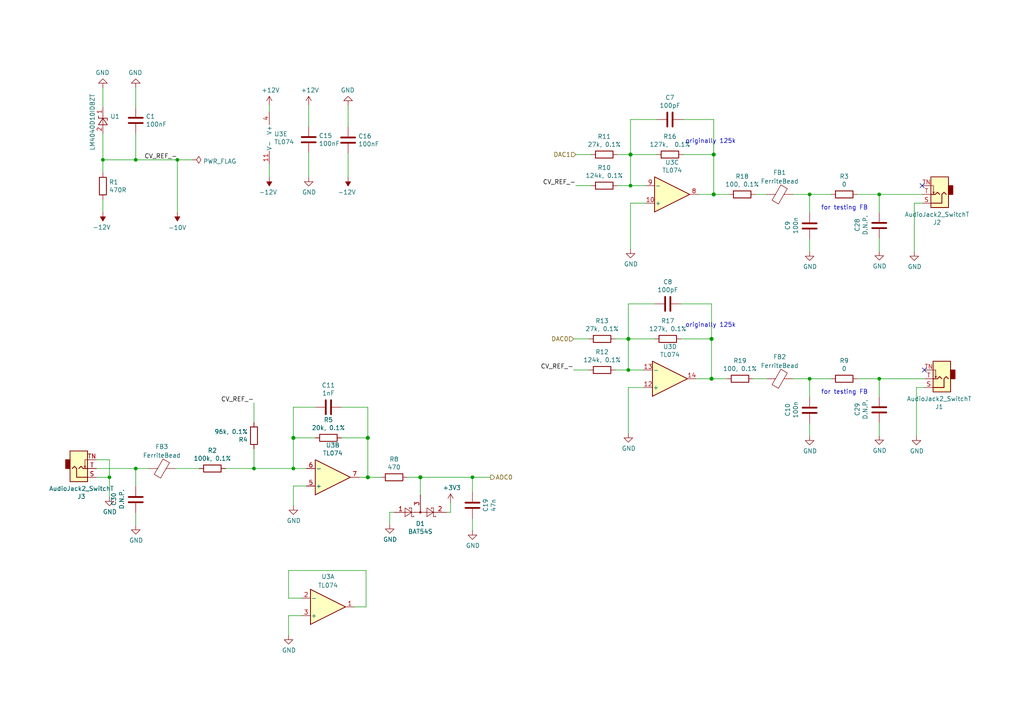
<source format=kicad_sch>
(kicad_sch (version 20211123) (generator eeschema)
  (paper "A4")
  (lib_symbols
    (symbol "Amplifier_Operational:TL074" (pin_names (offset 0.127))
      (property "Reference" "U" (at 0 5.08 0))
      (property "Value" "TL074" (at 0 -5.08 0))
      (symbol "TL074_1_1"
        (polyline (pts (xy -5.08 5.08) (xy 5.08 0) (xy -5.08 -5.08) (xy -5.08 5.08)) (stroke (width 0.254)) (fill (type background)))
        (pin output line (at 7.62 0 180) (length 2.54) (name "~") (number "1"))
        (pin input line (at -7.62 -2.54 0) (length 2.54) (name "-") (number "2"))
        (pin input line (at -7.62 2.54 0) (length 2.54) (name "+") (number "3"))
      )
      (symbol "TL074_2_1"
        (polyline (pts (xy -5.08 5.08) (xy 5.08 0) (xy -5.08 -5.08) (xy -5.08 5.08)) (stroke (width 0.254)) (fill (type background)))
        (pin input line (at -7.62 2.54 0) (length 2.54) (name "+") (number "5"))
        (pin input line (at -7.62 -2.54 0) (length 2.54) (name "-") (number "6"))
        (pin output line (at 7.62 0 180) (length 2.54) (name "~") (number "7"))
      )
      (symbol "TL074_3_1"
        (polyline (pts (xy -5.08 5.08) (xy 5.08 0) (xy -5.08 -5.08) (xy -5.08 5.08)) (stroke (width 0.254)) (fill (type background)))
        (pin input line (at -7.62 2.54 0) (length 2.54) (name "+") (number "10"))
        (pin output line (at 7.62 0 180) (length 2.54) (name "~") (number "8"))
        (pin input line (at -7.62 -2.54 0) (length 2.54) (name "-") (number "9"))
      )
      (symbol "TL074_4_1"
        (polyline (pts (xy -5.08 5.08) (xy 5.08 0) (xy -5.08 -5.08) (xy -5.08 5.08)) (stroke (width 0.254)) (fill (type background)))
        (pin input line (at -7.62 2.54 0) (length 2.54) (name "+") (number "12"))
        (pin input line (at -7.62 -2.54 0) (length 2.54) (name "-") (number "13"))
        (pin output line (at 7.62 0 180) (length 2.54) (name "~") (number "14"))
      )
      (symbol "TL074_5_1"
        (pin power_in line (at -2.54 -7.62 90) (length 3.81) (name "V-") (number "11"))
        (pin power_in line (at -2.54 7.62 270) (length 3.81) (name "V+") (number "4"))
      )
    )
    (symbol "Connector:AudioJack2_SwitchT"
      (property "Reference" "J" (at 0 8.89 0))
      (property "Value" "AudioJack2_SwitchT" (at 0 6.35 0))
      (symbol "AudioJack2_SwitchT_0_1"
        (rectangle (start -2.54 0) (end -3.81 -2.54) (stroke (width 0.254)) (fill (type outline)))
        (polyline (pts (xy 1.778 -0.254) (xy 2.032 -0.762)))
        (polyline (pts (xy 0 0) (xy 0.635 -0.635) (xy 1.27 0) (xy 2.54 0)) (stroke (width 0.254)))
        (polyline (pts (xy 2.54 -2.54) (xy 1.778 -2.54) (xy 1.778 -0.254) (xy 1.524 -0.762)))
        (polyline (pts (xy 2.54 2.54) (xy -0.635 2.54) (xy -0.635 0) (xy -1.27 -0.635) (xy -1.905 0)) (stroke (width 0.254)))
        (rectangle (start 2.54 3.81) (end -2.54 -5.08) (stroke (width 0.254)) (fill (type background)))
      )
      (symbol "AudioJack2_SwitchT_1_1"
        (pin passive line (at 5.08 2.54 180) (length 2.54) (name "~") (number "S"))
        (pin passive line (at 5.08 0 180) (length 2.54) (name "~") (number "T"))
        (pin passive line (at 5.08 -2.54 180) (length 2.54) (name "~") (number "TN"))
      )
    )
    (symbol "Device:C" (pin_numbers hide) (pin_names (offset 0.254))
      (property "Reference" "C" (at 0.635 2.54 0))
      (property "Value" "C" (at 0.635 -2.54 0))
      (symbol "C_0_1"
        (polyline (pts (xy -2.032 -0.762) (xy 2.032 -0.762)) (stroke (width 0.508)))
        (polyline (pts (xy -2.032 0.762) (xy 2.032 0.762)) (stroke (width 0.508)))
      )
      (symbol "C_1_1"
        (pin passive line (at 0 3.81 270) (length 2.794) (name "~") (number "1"))
        (pin passive line (at 0 -3.81 90) (length 2.794) (name "~") (number "2"))
      )
    )
    (symbol "Device:FerriteBead" (pin_numbers hide) (pin_names (offset 0))
      (property "Reference" "FB" (at -3.81 0.635 90))
      (property "Value" "FerriteBead" (at 3.81 0 90))
      (symbol "FerriteBead_0_1"
        (polyline (pts (xy 0 -1.27) (xy 0 -1.2192)))
        (polyline (pts (xy 0 1.27) (xy 0 1.2954)))
        (polyline (pts (xy -2.7686 0.4064) (xy -1.7018 2.2606) (xy 2.7686 -0.3048) (xy 1.6764 -2.159) (xy -2.7686 0.4064)))
      )
      (symbol "FerriteBead_1_1"
        (pin passive line (at 0 3.81 270) (length 2.54) (name "~") (number "1"))
        (pin passive line (at 0 -3.81 90) (length 2.54) (name "~") (number "2"))
      )
    )
    (symbol "Device:R" (pin_numbers hide) (pin_names (offset 0))
      (property "Reference" "R" (at 2.032 0 90))
      (property "Value" "R" (at 0 0 90))
      (symbol "R_0_1"
        (rectangle (start -1.016 -2.54) (end 1.016 2.54) (stroke (width 0.254)))
      )
      (symbol "R_1_1"
        (pin passive line (at 0 3.81 270) (length 1.27) (name "~") (number "1"))
        (pin passive line (at 0 -3.81 90) (length 1.27) (name "~") (number "2"))
      )
    )
    (symbol "Diode:BAT54S" (pin_names (offset 1.016))
      (property "Reference" "D" (at 0.635 -3.81 0))
      (property "Value" "BAT54S" (at -6.35 3.175 0))
      (symbol "BAT54S_0_1"
        (polyline (pts (xy -3.81 0) (xy -1.27 0)))
        (polyline (pts (xy -3.175 -1.27) (xy -3.175 -1.016)))
        (polyline (pts (xy -2.54 -1.27) (xy -3.175 -1.27)))
        (polyline (pts (xy -2.54 -1.27) (xy -2.54 1.27)))
        (polyline (pts (xy -2.54 1.27) (xy -1.905 1.27)))
        (polyline (pts (xy -1.905 0) (xy 1.905 0)))
        (polyline (pts (xy -1.905 1.27) (xy -1.905 1.016)))
        (polyline (pts (xy 1.27 0) (xy 3.81 0)))
        (polyline (pts (xy 3.175 -1.27) (xy 3.175 -1.016)))
        (polyline (pts (xy 3.81 -1.27) (xy 3.175 -1.27)))
        (polyline (pts (xy 3.81 -1.27) (xy 3.81 1.27)))
        (polyline (pts (xy 3.81 1.27) (xy 4.445 1.27)))
        (polyline (pts (xy 4.445 1.27) (xy 4.445 1.016)))
        (polyline (pts (xy -4.445 1.27) (xy -4.445 -1.27) (xy -2.54 0) (xy -4.445 1.27)))
        (polyline (pts (xy 1.905 1.27) (xy 1.905 -1.27) (xy 3.81 0) (xy 1.905 1.27)))
        (circle (center 0 0) (radius 0.254) (fill (type outline)))
      )
      (symbol "BAT54S_1_1"
        (pin passive line (at -7.62 0 0) (length 3.81) (name "~") (number "1"))
        (pin passive line (at 7.62 0 180) (length 3.81) (name "~") (number "2"))
        (pin passive line (at 0 -5.08 90) (length 5.08) (name "~") (number "3"))
      )
    )
    (symbol "Reference_Voltage:LM4040DBZ-10" (pin_names (offset 0.0254) hide)
      (property "Reference" "U" (at 0 2.54 0))
      (property "Value" "LM4040DBZ-10" (at 0 -3.175 0))
      (symbol "LM4040DBZ-10_0_1"
        (polyline (pts (xy -1.27 0) (xy 0 0) (xy 1.27 0)))
        (polyline (pts (xy -1.27 -1.27) (xy 0.635 0) (xy -1.27 1.27) (xy -1.27 -1.27)) (stroke (width 0.2032)))
        (polyline (pts (xy 0 -1.27) (xy 0.635 -1.27) (xy 0.635 1.27) (xy 1.27 1.27)) (stroke (width 0.2032)))
      )
      (symbol "LM4040DBZ-10_1_1"
        (pin passive line (at 3.81 0 180) (length 2.54) (name "K") (number "1"))
        (pin passive line (at -3.81 0 0) (length 2.54) (name "A") (number "2"))
      )
    )
    (symbol "power:+12V" (power) (pin_names (offset 0))
      (property "Value" "+12V" (at 0 3.556 0))
      (symbol "+12V_0_1"
        (polyline (pts (xy -0.762 1.27) (xy 0 2.54)))
        (polyline (pts (xy 0 0) (xy 0 2.54)))
        (polyline (pts (xy 0 2.54) (xy 0.762 1.27)))
      )
      (symbol "+12V_1_1"
        (pin power_in line (at 0 0 90) (length 0) hide (name "+12V") (number "1"))
      )
    )
    (symbol "power:+3V3" (power) (pin_names (offset 0))
      (property "Value" "+3V3" (at 0 3.556 0))
      (symbol "+3V3_0_1"
        (polyline (pts (xy -0.762 1.27) (xy 0 2.54)))
        (polyline (pts (xy 0 0) (xy 0 2.54)))
        (polyline (pts (xy 0 2.54) (xy 0.762 1.27)))
      )
      (symbol "+3V3_1_1"
        (pin power_in line (at 0 0 90) (length 0) hide (name "+3V3") (number "1"))
      )
    )
    (symbol "power:-10V" (power) (pin_names (offset 0))
      (property "Value" "-10V" (at 0 3.81 0))
      (symbol "-10V_0_0"
        (pin power_in line (at 0 0 90) (length 0) hide (name "-10V") (number "1"))
      )
      (symbol "-10V_0_1"
        (polyline (pts (xy 0 0) (xy 0 1.27) (xy 0.762 1.27) (xy 0 2.54) (xy -0.762 1.27) (xy 0 1.27)) (fill (type outline)))
      )
    )
    (symbol "power:-12V" (power) (pin_names (offset 0))
      (property "Value" "-12V" (at 0 3.81 0))
      (symbol "-12V_0_0"
        (pin power_in line (at 0 0 90) (length 0) hide (name "-12V") (number "1"))
      )
      (symbol "-12V_0_1"
        (polyline (pts (xy 0 0) (xy 0 1.27) (xy 0.762 1.27) (xy 0 2.54) (xy -0.762 1.27) (xy 0 1.27)) (fill (type outline)))
      )
    )
    (symbol "power:GND" (power) (pin_names (offset 0))
      (property "Value" "GND" (at 0 -3.81 0))
      (symbol "GND_0_1"
        (polyline (pts (xy 0 0) (xy 0 -1.27) (xy 1.27 -1.27) (xy 0 -2.54) (xy -1.27 -1.27) (xy 0 -1.27)))
      )
      (symbol "GND_1_1"
        (pin power_in line (at 0 0 270) (length 0) hide (name "GND") (number "1"))
      )
    )
    (symbol "power:PWR_FLAG" (power) (pin_numbers hide) (pin_names (offset 0) hide)
      (property "Value" "PWR_FLAG" (at 0 3.81 0))
      (symbol "PWR_FLAG_0_0"
        (pin power_out line (at 0 0 90) (length 0) (name "pwr") (number "1"))
      )
      (symbol "PWR_FLAG_0_1"
        (polyline (pts (xy 0 0) (xy 0 1.27) (xy -1.016 1.905) (xy 0 2.54) (xy 1.016 1.905) (xy 0 1.27)))
      )
    )
  )
  (junction (at 207.01 44.831) (diameter 1.016))
  (junction (at 182.88 44.831) (diameter 1.016))
  (junction (at 29.845 46.355))
  (junction (at 182.245 98.298) (diameter 1.016))
  (junction (at 182.245 107.315))
  (junction (at 207.01 56.388) (diameter 1.016))
  (junction (at 234.823 56.388))
  (junction (at 137.033 138.43))
  (junction (at 206.375 109.855) (diameter 1.016))
  (junction (at 73.66 135.89))
  (junction (at 121.92 138.43) (diameter 1.016))
  (junction (at 234.823 109.855))
  (junction (at 51.435 46.355))
  (junction (at 39.37 135.89))
  (junction (at 182.88 53.848))
  (junction (at 106.68 127) (diameter 1.016))
  (junction (at 106.68 138.43) (diameter 1.016))
  (junction (at 39.37 46.355))
  (junction (at 206.375 98.298) (diameter 1.016))
  (junction (at 255.016 109.855))
  (junction (at 85.09 127) (diameter 1.016))
  (junction (at 31.75 138.43))
  (junction (at 85.09 135.89))
  (junction (at 255.016 56.388))
  (no_connect (at 268.097 107.315))
  (no_connect (at 267.462 53.848))
  (wire (pts (xy 229.997 56.388) (xy 234.823 56.388)))
  (wire (pts (xy 51.435 46.355) (xy 51.435 61.595)))
  (wire (pts (xy 229.997 109.855) (xy 234.823 109.855)))
  (wire (pts (xy 39.37 148.717) (xy 39.37 152.4)))
  (wire (pts (xy 118.11 138.43) (xy 121.92 138.43)))
  (wire (pts (xy 255.016 56.388) (xy 255.016 61.595)))
  (wire (pts (xy 255.016 109.855) (xy 268.097 109.855)))
  (wire (pts (xy 137.033 138.43) (xy 142.24 138.43)))
  (wire (pts (xy 39.37 25.4) (xy 39.37 31.115)))
  (wire (pts (xy 51.435 46.355) (xy 55.753 46.355)))
  (wire (pts (xy 83.693 165.481) (xy 106.172 165.481)))
  (wire (pts (xy 130.683 148.59) (xy 130.683 145.796)))
  (wire (pts (xy 218.44 109.855) (xy 222.377 109.855)))
  (wire (pts (xy 137.033 138.43) (xy 137.033 142.748)))
  (wire (pts (xy 206.375 109.855) (xy 210.82 109.855)))
  (wire (pts (xy 179.07 53.848) (xy 182.88 53.848)))
  (wire (pts (xy 29.845 25.4) (xy 29.845 31.115)))
  (wire (pts (xy 182.88 44.831) (xy 182.88 53.848)))
  (wire (pts (xy 106.172 165.481) (xy 106.172 176.022)))
  (wire (pts (xy 178.435 107.315) (xy 182.245 107.315)))
  (wire (pts (xy 167.005 44.831) (xy 171.45 44.831)))
  (wire (pts (xy 27.94 133.35) (xy 31.75 133.35)))
  (wire (pts (xy 85.09 118.11) (xy 91.44 118.11)))
  (wire (pts (xy 182.245 88.138) (xy 182.245 98.298)))
  (wire (pts (xy 113.03 148.59) (xy 114.3 148.59)))
  (wire (pts (xy 29.845 46.355) (xy 29.845 50.165)))
  (wire (pts (xy 255.016 56.388) (xy 267.462 56.388)))
  (wire (pts (xy 99.06 127) (xy 106.68 127)))
  (wire (pts (xy 137.033 153.924) (xy 137.033 150.368)))
  (wire (pts (xy 83.693 178.562) (xy 83.693 184.277)))
  (wire (pts (xy 91.44 127) (xy 85.09 127)))
  (wire (pts (xy 179.07 44.831) (xy 182.88 44.831)))
  (wire (pts (xy 182.88 53.848) (xy 187.325 53.848)))
  (wire (pts (xy 182.245 98.298) (xy 182.245 107.315)))
  (wire (pts (xy 248.666 56.388) (xy 255.016 56.388)))
  (wire (pts (xy 255.016 122.682) (xy 255.016 126.365)))
  (wire (pts (xy 197.485 88.138) (xy 206.375 88.138)))
  (wire (pts (xy 39.37 38.735) (xy 39.37 46.355)))
  (wire (pts (xy 171.45 53.848) (xy 167.005 53.848)))
  (wire (pts (xy 29.845 57.785) (xy 29.845 61.595)))
  (wire (pts (xy 50.8 135.89) (xy 57.785 135.89)))
  (wire (pts (xy 99.06 118.11) (xy 106.68 118.11)))
  (wire (pts (xy 207.01 44.831) (xy 207.01 56.388)))
  (wire (pts (xy 31.75 133.35) (xy 31.75 138.43)))
  (wire (pts (xy 39.37 135.89) (xy 39.37 141.097)))
  (wire (pts (xy 198.12 34.671) (xy 207.01 34.671)))
  (wire (pts (xy 202.565 56.388) (xy 207.01 56.388)))
  (wire (pts (xy 207.01 56.388) (xy 211.455 56.388)))
  (wire (pts (xy 182.88 58.928) (xy 182.88 72.263)))
  (wire (pts (xy 234.823 122.809) (xy 234.823 126.492)))
  (wire (pts (xy 100.965 44.45) (xy 100.965 51.435)))
  (wire (pts (xy 85.09 140.97) (xy 85.09 146.685)))
  (wire (pts (xy 197.485 98.298) (xy 206.375 98.298)))
  (wire (pts (xy 27.94 138.43) (xy 31.75 138.43)))
  (wire (pts (xy 234.823 56.388) (xy 234.823 61.722)))
  (wire (pts (xy 182.245 107.315) (xy 186.69 107.315)))
  (wire (pts (xy 106.172 176.022) (xy 102.743 176.022)))
  (wire (pts (xy 78.105 30.48) (xy 78.105 32.385)))
  (wire (pts (xy 39.37 135.89) (xy 43.18 135.89)))
  (wire (pts (xy 106.68 138.43) (xy 104.14 138.43)))
  (wire (pts (xy 73.66 122.555) (xy 73.66 116.84)))
  (wire (pts (xy 87.503 173.482) (xy 83.693 173.482)))
  (wire (pts (xy 29.845 46.355) (xy 39.37 46.355)))
  (wire (pts (xy 248.666 109.855) (xy 255.016 109.855)))
  (wire (pts (xy 113.03 152.146) (xy 113.03 148.59)))
  (wire (pts (xy 201.93 109.855) (xy 206.375 109.855)))
  (wire (pts (xy 178.435 98.298) (xy 182.245 98.298)))
  (wire (pts (xy 83.693 173.482) (xy 83.693 165.481)))
  (wire (pts (xy 265.176 58.928) (xy 267.462 58.928)))
  (wire (pts (xy 190.5 34.671) (xy 182.88 34.671)))
  (wire (pts (xy 255.016 109.855) (xy 255.016 115.062)))
  (wire (pts (xy 219.075 56.388) (xy 222.377 56.388)))
  (wire (pts (xy 198.12 44.831) (xy 207.01 44.831)))
  (wire (pts (xy 27.94 135.89) (xy 39.37 135.89)))
  (wire (pts (xy 182.88 34.671) (xy 182.88 44.831)))
  (wire (pts (xy 234.823 109.855) (xy 234.823 115.189)))
  (wire (pts (xy 234.823 56.388) (xy 241.046 56.388)))
  (wire (pts (xy 182.245 112.395) (xy 182.245 125.73)))
  (wire (pts (xy 234.823 109.855) (xy 241.046 109.855)))
  (wire (pts (xy 88.9 140.97) (xy 85.09 140.97)))
  (wire (pts (xy 73.66 130.175) (xy 73.66 135.89)))
  (wire (pts (xy 265.811 112.395) (xy 265.811 126.492)))
  (wire (pts (xy 189.865 98.298) (xy 182.245 98.298)))
  (wire (pts (xy 89.535 44.323) (xy 89.535 51.435)))
  (wire (pts (xy 106.68 127) (xy 106.68 138.43)))
  (wire (pts (xy 129.54 148.59) (xy 130.683 148.59)))
  (wire (pts (xy 73.66 135.89) (xy 85.09 135.89)))
  (wire (pts (xy 29.845 38.735) (xy 29.845 46.355)))
  (wire (pts (xy 265.811 112.395) (xy 268.097 112.395)))
  (wire (pts (xy 255.016 69.215) (xy 255.016 72.898)))
  (wire (pts (xy 234.823 69.342) (xy 234.823 73.025)))
  (wire (pts (xy 166.37 98.298) (xy 170.815 98.298)))
  (wire (pts (xy 100.965 30.48) (xy 100.965 36.83)))
  (wire (pts (xy 39.37 46.355) (xy 51.435 46.355)))
  (wire (pts (xy 190.5 44.831) (xy 182.88 44.831)))
  (wire (pts (xy 207.01 34.671) (xy 207.01 44.831)))
  (wire (pts (xy 170.815 107.315) (xy 166.37 107.315)))
  (wire (pts (xy 206.375 98.298) (xy 206.375 109.855)))
  (wire (pts (xy 265.176 58.928) (xy 265.176 73.025)))
  (wire (pts (xy 106.68 138.43) (xy 110.49 138.43)))
  (wire (pts (xy 106.68 127) (xy 106.68 118.11)))
  (wire (pts (xy 85.09 127) (xy 85.09 118.11)))
  (wire (pts (xy 31.75 138.43) (xy 31.75 144.145)))
  (wire (pts (xy 85.09 135.89) (xy 88.9 135.89)))
  (wire (pts (xy 182.245 112.395) (xy 186.69 112.395)))
  (wire (pts (xy 182.88 58.928) (xy 187.325 58.928)))
  (wire (pts (xy 87.503 178.562) (xy 83.693 178.562)))
  (wire (pts (xy 189.865 88.138) (xy 182.245 88.138)))
  (wire (pts (xy 78.105 47.625) (xy 78.105 51.435)))
  (wire (pts (xy 121.92 138.43) (xy 121.92 143.51)))
  (wire (pts (xy 89.535 30.48) (xy 89.535 36.703)))
  (wire (pts (xy 65.405 135.89) (xy 73.66 135.89)))
  (wire (pts (xy 85.09 127) (xy 85.09 135.89)))
  (wire (pts (xy 206.375 88.138) (xy 206.375 98.298)))
  (wire (pts (xy 121.92 138.43) (xy 137.033 138.43)))
  (text "originally 125k" (at 198.755 41.783 0) (effects (font (size 1.27 1.27)) (justify left bottom)))
  (text "for testing FB" (at 238.125 61.087 0) (effects (font (size 1.27 1.27)) (justify left bottom)))
  (text "for testing FB" (at 238.125 114.554 0) (effects (font (size 1.27 1.27)) (justify left bottom)))
  (text "originally 125k" (at 198.755 95.123 0) (effects (font (size 1.27 1.27)) (justify left bottom)))
  (label "CV_REF_-" (at 166.37 107.315 180))
  (label "CV_REF_-" (at 73.66 116.84 180))
  (label "CV_REF_-" (at 51.435 46.355 180))
  (label "CV_REF_-" (at 167.005 53.848 180))
  (hierarchical_label "ADC0" (shape output) (at 142.24 138.43 0))
  (hierarchical_label "DAC1" (shape input) (at 167.005 44.831 180))
  (hierarchical_label "DAC0" (shape input) (at 166.37 98.298 180))
  (symbol (lib_id "Device:C") (at 234.823 65.532 180) (unit 1)
    (property "Reference" "C9" (at 228.4538 65.405 90))
    (property "Value" "100n" (at 230.759 65.405 90))
    (property "Footprint" "Capacitor_SMD:C_0402_1005Metric" (effects hide))
  )
  (symbol (lib_id "power:GND") (at 182.245 125.73 0) (unit 1)
    (property "Reference" "#PWR0161" (effects hide))
    (property "Value" "GND" (at 182.3593 130.0544 0))
  )
  (symbol (lib_id "Device:R") (at 193.675 98.298 90) (unit 1)
    (property "Reference" "R17" (at 193.675 93.0718 90))
    (property "Value" "127k, 0.1%" (at 193.675 95.377 90))
    (property "Footprint" "Resistor_SMD:R_0402_1005Metric" (effects hide))
  )
  (symbol (lib_id "power:-12V") (at 78.105 51.435 180) (unit 1)
    (property "Reference" "#PWR0119" (effects hide))
    (property "Value" "-12V" (at 77.7367 55.7594 0))
  )
  (symbol (lib_id "Device:R") (at 194.31 44.831 90) (unit 1)
    (property "Reference" "R16" (at 194.31 39.6048 90))
    (property "Value" "127k,  0.1%" (at 194.31 41.91 90))
    (property "Footprint" "Resistor_SMD:R_0402_1005Metric" (effects hide))
  )
  (symbol (lib_id "power:+12V") (at 78.105 30.48 0) (unit 1)
    (property "Reference" "#PWR020" (effects hide))
    (property "Value" "+12V" (at 78.4733 26.1556 0))
  )
  (symbol (lib_id "power:GND") (at 31.75 144.145 0) (unit 1)
    (property "Reference" "#PWR07" (effects hide))
    (property "Value" "GND" (at 31.8643 148.4694 0))
  )
  (symbol (lib_id "Amplifier_Operational:TL074") (at 95.123 176.022 0) (mirror x) (unit 1)
    (property "Reference" "U3" (at 95.123 167.2422 0))
    (property "Value" "TL074" (at 95.123 169.7791 0))
    (property "Datasheet" "http://www.ti.com/lit/ds/symlink/tl071.pdf" (effects hide))
  )
  (symbol (lib_id "Device:R") (at 175.26 53.848 90) (unit 1)
    (property "Reference" "R10" (at 175.26 48.6218 90))
    (property "Value" "124k, 0.1%" (at 175.26 50.927 90))
    (property "Footprint" "Resistor_SMD:R_0402_1005Metric" (effects hide))
  )
  (symbol (lib_id "power:+12V") (at 89.535 30.48 0) (unit 1)
    (property "Reference" "#PWR0151" (effects hide))
    (property "Value" "+12V" (at 89.9033 26.1556 0))
  )
  (symbol (lib_id "Device:R") (at 174.625 98.298 90) (unit 1)
    (property "Reference" "R13" (at 174.625 93.0718 90))
    (property "Value" "27k, 0.1%" (at 174.625 95.377 90))
    (property "Footprint" "Resistor_SMD:R_0402_1005Metric" (effects hide))
  )
  (symbol (lib_id "Device:R") (at 114.3 138.43 90) (unit 1)
    (property "Reference" "R8" (at 114.3 133.2038 90))
    (property "Value" "470" (at 114.3 135.509 90))
    (property "Footprint" "Resistor_SMD:R_0402_1005Metric" (effects hide))
  )
  (symbol (lib_id "Device:R") (at 61.595 135.89 270) (mirror x) (unit 1)
    (property "Reference" "R2" (at 61.595 130.6638 90))
    (property "Value" "100k, 0.1%" (at 61.595 132.969 90))
    (property "Footprint" "Resistor_SMD:R_0402_1005Metric" (effects hide))
  )
  (symbol (lib_id "power:GND") (at 265.811 126.492 0) (unit 1)
    (property "Reference" "#PWR0162" (effects hide))
    (property "Value" "GND" (at 265.9253 130.8164 0))
  )
  (symbol (lib_id "Diode:BAT54S") (at 121.92 148.59 0) (mirror x) (unit 1)
    (property "Reference" "D1" (at 121.92 151.873 0))
    (property "Value" "BAT54S" (at 121.92 154.1717 0))
    (property "Footprint" "Package_TO_SOT_SMD:SOT-23" (effects hide))
    (property "Datasheet" "https://www.diodes.com/assets/Datasheets/ds11005.pdf" (effects hide))
    (property "manf#" "BAT54S" (effects hide))
  )
  (symbol (lib_id "Device:R") (at 244.856 56.388 90) (unit 1)
    (property "Reference" "R3" (at 244.856 51.1618 90))
    (property "Value" "0" (at 244.856 53.467 90))
    (property "Footprint" "Resistor_SMD:R_0402_1005Metric" (effects hide))
  )
  (symbol (lib_id "power:+3V3") (at 130.683 145.796 0) (unit 1)
    (property "Reference" "#PWR0156" (effects hide))
    (property "Value" "+3V3" (at 131.0513 141.4716 0))
  )
  (symbol (lib_id "Amplifier_Operational:TL074") (at 96.52 138.43 0) (mirror x) (unit 2)
    (property "Reference" "U3" (at 96.52 129.1398 0))
    (property "Value" "TL074" (at 96.52 131.4385 0))
    (property "Footprint" "Package_SO:TSSOP-14_4.4x5mm_P0.65mm" (effects hide))
    (property "Datasheet" "http://www.ti.com/lit/ds/symlink/tl071.pdf" (effects hide))
    (property "manf#" "TL074CPWR" (effects hide))
  )
  (symbol (lib_id "Device:C") (at 255.016 65.405 180) (unit 1) (in_bom no)
    (property "Reference" "C28" (at 248.6468 65.278 90))
    (property "Value" "D.N.P." (at 250.952 65.278 90))
    (property "Footprint" "Capacitor_SMD:C_0402_1005Metric" (effects hide))
  )
  (symbol (lib_id "Device:R") (at 175.26 44.831 90) (unit 1)
    (property "Reference" "R11" (at 175.26 39.6048 90))
    (property "Value" "27k, 0.1%" (at 175.26 41.91 90))
    (property "Footprint" "Resistor_SMD:R_0402_1005Metric" (effects hide))
  )
  (symbol (lib_id "Device:R") (at 214.63 109.855 90) (unit 1)
    (property "Reference" "R19" (at 214.63 104.6288 90))
    (property "Value" "100, 0.1%" (at 214.63 106.934 90))
    (property "Footprint" "Resistor_SMD:R_0402_1005Metric" (effects hide))
  )
  (symbol (lib_id "Device:R") (at 244.856 109.855 90) (unit 1)
    (property "Reference" "R9" (at 244.856 104.6288 90))
    (property "Value" "0" (at 244.856 106.934 90))
    (property "Footprint" "Resistor_SMD:R_0402_1005Metric" (effects hide))
  )
  (symbol (lib_id "Reference_Voltage:LM4040DBZ-10") (at 29.845 34.925 90) (unit 1)
    (property "Reference" "U1" (at 31.9787 33.7756 90) (effects (justify right)))
    (property "Value" "LM4040D10IDBZT " (at 26.797 26.162 0) (effects (justify right)))
    (property "Footprint" "Package_TO_SOT_SMD:SOT-23" (effects hide))
    (property "Datasheet" "http://www.ti.com/lit/ds/symlink/lm4040-n.pdf" (effects hide))
    (property "manf#" "LM4040DBZ-10" (effects hide))
  )
  (symbol (lib_id "Amplifier_Operational:TL074") (at 80.645 40.005 0) (unit 5)
    (property "Reference" "U3" (at 79.4894 38.8556 0) (effects (justify left)))
    (property "Value" "TL074" (at 79.4894 41.1543 0) (effects (justify left)))
    (property "Footprint" "Package_SO:TSSOP-14_4.4x5mm_P0.65mm" (effects hide))
    (property "Datasheet" "http://www.ti.com/lit/ds/symlink/tl071.pdf" (effects hide))
    (property "manf#" "TL074CPWR" (effects hide))
  )
  (symbol (lib_id "power:GND") (at 85.09 146.685 0) (unit 1)
    (property "Reference" "#PWR0159" (effects hide))
    (property "Value" "GND" (at 85.2043 151.0094 0))
  )
  (symbol (lib_id "Connector:AudioJack2_SwitchT") (at 22.86 135.89 0) (mirror x) (unit 1)
    (property "Reference" "J3" (at 23.622 144.018 0))
    (property "Value" "AudioJack2_SwitchT" (at 23.622 141.7131 0))
    (property "Footprint" "Connector_Audio:Jack_3.5mm_QingPu_WQP-PJ398SM_Vertical_CircularHoles" (effects hide))
    (property "manf#" " WQP-WQP518MA" (effects hide))
  )
  (symbol (lib_id "Device:FerriteBead") (at 46.99 135.89 90) (unit 1)
    (property "Reference" "FB3" (at 46.9392 129.5486 90))
    (property "Value" "FerriteBead" (at 46.9392 132.0855 90))
    (property "Footprint" "Inductor_SMD:L_0402_1005Metric" (effects hide))
  )
  (symbol (lib_id "Device:FerriteBead") (at 226.187 109.855 90) (unit 1)
    (property "Reference" "FB2" (at 226.1362 103.5136 90))
    (property "Value" "FerriteBead" (at 226.1362 106.0505 90))
    (property "Footprint" "Inductor_SMD:L_0402_1005Metric" (effects hide))
  )
  (symbol (lib_id "power:GND") (at 234.823 126.492 0) (unit 1)
    (property "Reference" "#PWR0163" (effects hide))
    (property "Value" "GND" (at 234.9373 130.8164 0))
  )
  (symbol (lib_id "power:GND") (at 89.535 51.435 0) (unit 1)
    (property "Reference" "#PWR0118" (effects hide))
    (property "Value" "GND" (at 89.6493 55.7594 0))
  )
  (symbol (lib_id "Device:C") (at 255.016 118.872 180) (unit 1) (in_bom no)
    (property "Reference" "C29" (at 248.6468 118.745 90))
    (property "Value" "D.N.P." (at 250.952 118.745 90))
    (property "Footprint" "Capacitor_SMD:C_0402_1005Metric" (effects hide))
  )
  (symbol (lib_id "Device:R") (at 73.66 126.365 0) (unit 1)
    (property "Reference" "R4" (at 71.8819 127.5144 0) (effects (justify right)))
    (property "Value" "96k, 0.1%" (at 71.882 125.222 0) (effects (justify right)))
    (property "Footprint" "Resistor_SMD:R_0402_1005Metric" (effects hide))
  )
  (symbol (lib_id "Amplifier_Operational:TL074") (at 194.31 109.855 0) (mirror x) (unit 4)
    (property "Reference" "U3" (at 194.31 100.5648 0))
    (property "Value" "TL074" (at 194.31 102.8635 0))
    (property "Footprint" "Package_SO:TSSOP-14_4.4x5mm_P0.65mm" (effects hide))
    (property "Datasheet" "http://www.ti.com/lit/ds/symlink/tl071.pdf" (effects hide))
    (property "manf#" "TL074CPWR" (effects hide))
  )
  (symbol (lib_id "Device:R") (at 29.845 53.975 180) (unit 1)
    (property "Reference" "R1" (at 31.6231 52.8256 0) (effects (justify right)))
    (property "Value" "470R" (at 31.623 55.118 0) (effects (justify right)))
    (property "Footprint" "Resistor_SMD:R_0402_1005Metric" (effects hide))
  )
  (symbol (lib_id "power:GND") (at 83.693 184.277 0) (unit 1)
    (property "Reference" "#PWR0158" (effects hide))
    (property "Value" "GND" (at 83.8073 188.6014 0))
  )
  (symbol (lib_id "Device:C") (at 39.37 34.925 0) (unit 1)
    (property "Reference" "C1" (at 42.2911 33.7756 0) (effects (justify left)))
    (property "Value" "100nF" (at 42.291 36.068 0) (effects (justify left)))
    (property "Footprint" "Capacitor_SMD:C_0402_1005Metric" (effects hide))
  )
  (symbol (lib_id "Device:C") (at 194.31 34.671 90) (unit 1)
    (property "Reference" "C7" (at 194.31 28.3018 90))
    (property "Value" "100pF" (at 194.31 30.607 90))
    (property "Footprint" "Capacitor_SMD:C_0402_1005Metric" (effects hide))
  )
  (symbol (lib_id "Device:C") (at 234.823 118.999 180) (unit 1)
    (property "Reference" "C10" (at 228.4538 118.872 90))
    (property "Value" "100n" (at 230.759 118.872 90))
    (property "Footprint" "Capacitor_SMD:C_0402_1005Metric" (effects hide))
  )
  (symbol (lib_id "power:GND") (at 234.823 73.025 0) (unit 1)
    (property "Reference" "#PWR028" (effects hide))
    (property "Value" "GND" (at 234.9373 77.3494 0))
  )
  (symbol (lib_id "power:-12V") (at 29.845 61.595 180) (unit 1)
    (property "Reference" "#PWR021" (effects hide))
    (property "Value" "-12V" (at 29.4767 65.9194 0))
  )
  (symbol (lib_id "Device:R") (at 174.625 107.315 90) (unit 1)
    (property "Reference" "R12" (at 174.625 102.0888 90))
    (property "Value" "124k, 0.1%" (at 174.625 104.394 90))
    (property "Footprint" "Resistor_SMD:R_0402_1005Metric" (effects hide))
  )
  (symbol (lib_id "power:GND") (at 113.03 152.146 0) (unit 1)
    (property "Reference" "#PWR019" (effects hide))
    (property "Value" "GND" (at 113.1443 156.4704 0))
  )
  (symbol (lib_id "Device:R") (at 95.25 127 90) (unit 1)
    (property "Reference" "R5" (at 95.25 121.7738 90))
    (property "Value" "20k, 0.1%" (at 95.25 124.079 90))
    (property "Footprint" "Resistor_SMD:R_0402_1005Metric" (effects hide))
  )
  (symbol (lib_id "power:GND") (at 137.033 153.924 0) (unit 1)
    (property "Reference" "#PWR0157" (effects hide))
    (property "Value" "GND" (at 137.1473 158.2484 0))
  )
  (symbol (lib_id "Connector:AudioJack2_SwitchT") (at 273.177 109.855 180) (unit 1)
    (property "Reference" "J1" (at 272.415 117.983 0))
    (property "Value" "AudioJack2_SwitchT" (at 272.415 115.6781 0))
    (property "Footprint" "Connector_Audio:Jack_3.5mm_QingPu_WQP-PJ398SM_Vertical_CircularHoles" (effects hide))
    (property "manf#" " WQP-WQP518MA" (effects hide))
  )
  (symbol (lib_id "Device:FerriteBead") (at 226.187 56.388 90) (unit 1)
    (property "Reference" "FB1" (at 226.1362 50.0466 90))
    (property "Value" "FerriteBead" (at 226.1362 52.5835 90))
    (property "Footprint" "Inductor_SMD:L_0402_1005Metric" (effects hide))
  )
  (symbol (lib_id "Device:C") (at 89.535 40.513 0) (unit 1)
    (property "Reference" "C15" (at 92.4561 39.3636 0) (effects (justify left)))
    (property "Value" "100nF" (at 92.456 41.656 0) (effects (justify left)))
    (property "Footprint" "Capacitor_SMD:C_0402_1005Metric" (effects hide))
  )
  (symbol (lib_id "Device:C") (at 95.25 118.11 90) (unit 1)
    (property "Reference" "C11" (at 95.25 111.7408 90))
    (property "Value" "1nF" (at 95.25 114.046 90))
    (property "Footprint" "Capacitor_SMD:C_0402_1005Metric" (effects hide))
  )
  (symbol (lib_id "power:GND") (at 100.965 30.48 180) (unit 1)
    (property "Reference" "#PWR0153" (effects hide))
    (property "Value" "GND" (at 100.8507 26.1556 0))
  )
  (symbol (lib_id "Amplifier_Operational:TL074") (at 194.945 56.388 0) (mirror x) (unit 3)
    (property "Reference" "U3" (at 194.945 47.0916 0))
    (property "Value" "TL074" (at 194.945 49.3965 0))
    (property "Footprint" "Package_SO:TSSOP-14_4.4x5mm_P0.65mm" (effects hide))
    (property "Datasheet" "http://www.ti.com/lit/ds/symlink/tl071.pdf" (effects hide))
    (property "manf#" "TL074CPWR" (effects hide))
  )
  (symbol (lib_id "power:GND") (at 39.37 152.4 0) (unit 1)
    (property "Reference" "#PWR0172" (effects hide))
    (property "Value" "GND" (at 39.4843 156.7244 0))
  )
  (symbol (lib_id "power:GND") (at 182.88 72.263 0) (unit 1)
    (property "Reference" "#PWR024" (effects hide))
    (property "Value" "GND" (at 182.9943 76.5874 0))
  )
  (symbol (lib_id "power:GND") (at 255.016 126.365 0) (unit 1)
    (property "Reference" "#PWR0169" (effects hide))
    (property "Value" "GND" (at 255.1303 130.6894 0))
  )
  (symbol (lib_id "Device:R") (at 215.265 56.388 90) (unit 1)
    (property "Reference" "R18" (at 215.265 51.1618 90))
    (property "Value" "100, 0.1%" (at 215.265 53.467 90))
    (property "Footprint" "Resistor_SMD:R_0402_1005Metric" (effects hide))
  )
  (symbol (lib_id "power:GND") (at 255.016 72.898 0) (unit 1)
    (property "Reference" "#PWR0170" (effects hide))
    (property "Value" "GND" (at 255.1303 77.2224 0))
  )
  (symbol (lib_id "Connector:AudioJack2_SwitchT") (at 272.542 56.388 180) (unit 1)
    (property "Reference" "J2" (at 271.78 64.516 0))
    (property "Value" "AudioJack2_SwitchT" (at 271.78 62.2111 0))
    (property "Footprint" "Connector_Audio:Jack_3.5mm_QingPu_WQP-PJ398SM_Vertical_CircularHoles" (effects hide))
    (property "manf#" " WQP-WQP518MA" (effects hide))
  )
  (symbol (lib_id "Device:C") (at 193.675 88.138 90) (unit 1)
    (property "Reference" "C8" (at 193.675 81.7688 90))
    (property "Value" "100pF" (at 193.675 84.074 90))
    (property "Footprint" "Capacitor_SMD:C_0402_1005Metric" (effects hide))
  )
  (symbol (lib_id "power:-10V") (at 51.435 61.595 180) (unit 1)
    (property "Reference" "#PWR0148" (effects hide))
    (property "Value" "-10V" (at 51.435 66.0384 0))
  )
  (symbol (lib_id "power:GND") (at 265.176 73.025 0) (unit 1)
    (property "Reference" "#PWR026" (effects hide))
    (property "Value" "GND" (at 265.2903 77.3494 0))
  )
  (symbol (lib_id "power:PWR_FLAG") (at 55.753 46.355 270) (unit 1)
    (property "Reference" "#FLG0105" (effects hide))
    (property "Value" "PWR_FLAG" (at 58.928 46.7888 90) (effects (justify left)))
  )
  (symbol (lib_id "power:GND") (at 29.845 25.4 180) (unit 1)
    (property "Reference" "#PWR04" (effects hide))
    (property "Value" "GND" (at 29.7307 21.0756 0))
  )
  (symbol (lib_id "power:-12V") (at 100.965 51.435 180) (unit 1)
    (property "Reference" "#PWR0120" (effects hide))
    (property "Value" "-12V" (at 100.5967 55.7594 0))
  )
  (symbol (lib_id "Device:C") (at 137.033 146.558 180) (unit 1)
    (property "Reference" "C19" (at 140.8238 146.558 90))
    (property "Value" "47n" (at 143.129 146.558 90))
    (property "Footprint" "Capacitor_SMD:C_0402_1005Metric" (effects hide))
  )
  (symbol (lib_id "Device:C") (at 39.37 144.907 180) (unit 1) (in_bom no)
    (property "Reference" "C30" (at 33.0008 144.78 90))
    (property "Value" "D.N.P." (at 35.306 144.78 90))
    (property "Footprint" "Capacitor_SMD:C_0402_1005Metric" (effects hide))
  )
  (symbol (lib_id "Device:C") (at 100.965 40.64 0) (unit 1)
    (property "Reference" "C16" (at 103.8861 39.4906 0) (effects (justify left)))
    (property "Value" "100nF" (at 103.886 41.783 0) (effects (justify left)))
    (property "Footprint" "Capacitor_SMD:C_0402_1005Metric" (effects hide))
  )
  (symbol (lib_id "power:GND") (at 39.37 25.4 180) (unit 1)
    (property "Reference" "#PWR0117" (effects hide))
    (property "Value" "GND" (at 39.2557 21.0756 0))
  )
)
</source>
